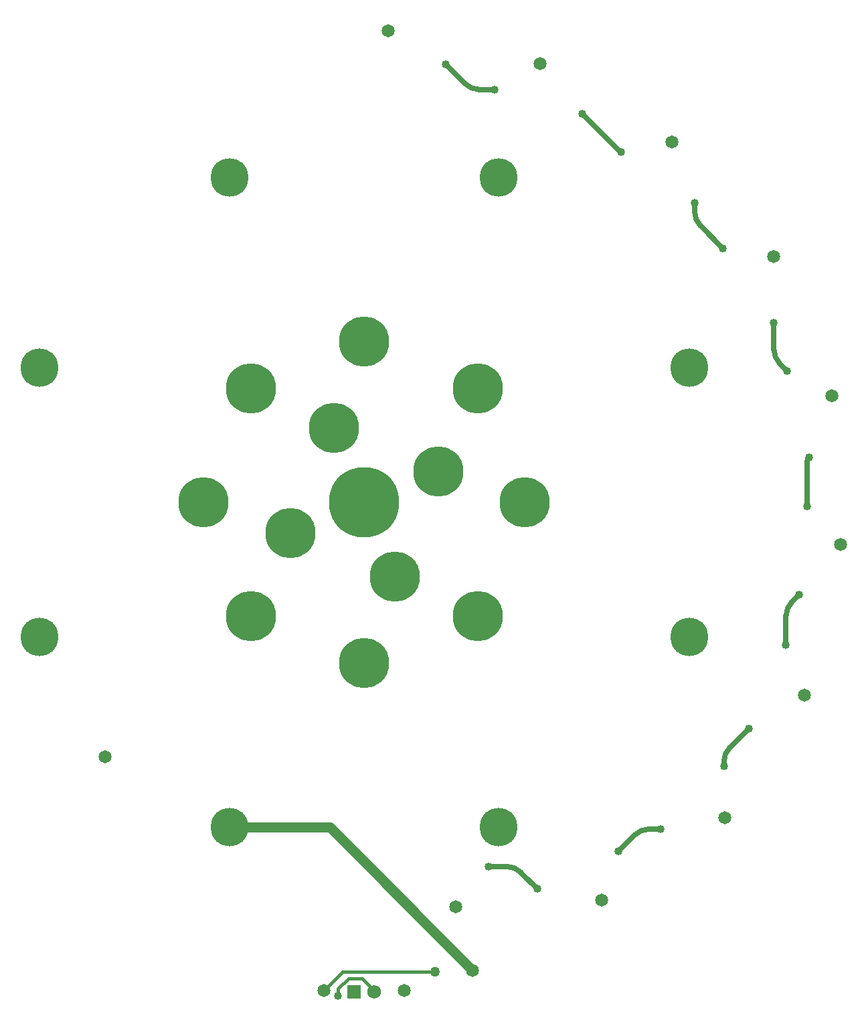
<source format=gbl>
G04 Layer_Physical_Order=2*
G04 Layer_Color=16711680*
%FSTAX25Y25*%
%MOIN*%
G70*
G01*
G75*
%ADD10C,0.02500*%
%ADD81C,0.01500*%
%ADD83C,0.05000*%
%ADD84C,0.25000*%
%ADD85C,0.06500*%
%ADD86R,0.06890X0.06890*%
%ADD87C,0.06890*%
%ADD88O,0.19000X0.19100*%
%ADD89C,0.35000*%
%ADD90C,0.05000*%
%ADD91C,0.04000*%
D10*
X0551646Y0643854D02*
G03*
X05525Y06435I0000854J0000854D01*
G01*
X0502425Y0284827D02*
G03*
X0495354Y0287756I-0007071J-0007071D01*
G01*
X0566091Y0306323D02*
G03*
X055902Y0303394I0J-001D01*
G01*
X0606517Y0347017D02*
G03*
X0603588Y0339946I0007071J-0007071D01*
G01*
X0637429Y0419429D02*
G03*
X06345Y0412358I0007071J-0007071D01*
G01*
X0646Y04915D02*
G03*
X0645Y0489086I0002414J-0002414D01*
G01*
X06285Y0545142D02*
G03*
X0631429Y0538071I001J0D01*
G01*
X0589Y0613642D02*
G03*
X0591929Y0606571I001J0D01*
G01*
X0474571Y0677429D02*
G03*
X0481642Y06745I0007071J0007071D01*
G01*
X0533Y06625D02*
X0551647Y0643854D01*
X048624Y0287756D02*
X0495354D01*
X0502425Y0284827D02*
X0510663Y0276589D01*
X0566091Y0306323D02*
X0572151D01*
X055093Y0295305D02*
X055902Y0303394D01*
X0606517Y0347017D02*
X0616Y03565D01*
X0603588Y0337683D02*
Y0339946D01*
X0637429Y0419429D02*
X0641Y0423D01*
X06345Y0398D02*
Y0412358D01*
X0645Y0467D02*
Y0489086D01*
X06285Y0545142D02*
Y05585D01*
X0631429Y0538071D02*
X0635Y05345D01*
X0589Y0613642D02*
Y0618D01*
X0591929Y0606571D02*
X0603Y05955D01*
X0481642Y06745D02*
X04895D01*
X0465Y0687D02*
X0474571Y0677429D01*
D81*
X041376Y023526D02*
X045974D01*
X04045Y0226D02*
X041376Y023526D01*
X04295Y02255D02*
Y0225925D01*
X0423425Y0232D02*
X04295Y0225925D01*
X0416635Y0232D02*
X0423425D01*
X04115Y02235D02*
Y0226865D01*
X0416635Y0232D01*
D83*
X04072Y03073D02*
X04785Y0236D01*
X03575Y03073D02*
X04072D01*
D84*
X0481069Y0412431D02*
D03*
X04245Y0389D02*
D03*
X0367932Y0412431D02*
D03*
Y0525568D02*
D03*
X04245Y0549D02*
D03*
X0481069Y0525568D02*
D03*
X03445Y0469D02*
D03*
X05045D02*
D03*
X0439807Y0432045D02*
D03*
X0387545Y0453693D02*
D03*
X0409193Y0505955D02*
D03*
X0461455Y0484307D02*
D03*
D85*
X054251Y0270957D02*
D03*
X047Y0267756D02*
D03*
X0604003Y0311923D02*
D03*
X0643722Y0373192D02*
D03*
X0661743Y0447888D02*
D03*
X0657408Y0521883D02*
D03*
X0577733Y0648431D02*
D03*
X0511905Y068746D02*
D03*
X04365Y0703685D02*
D03*
X04445Y0226D02*
D03*
X04045D02*
D03*
X0628222Y0591377D02*
D03*
X04785Y0236D02*
D03*
X02955Y03425D02*
D03*
D86*
X04195Y02255D02*
D03*
D87*
X04295D02*
D03*
D88*
X04915Y06307D02*
D03*
X05862Y0536D02*
D03*
Y0402D02*
D03*
X04915Y03073D02*
D03*
X03575D02*
D03*
X02628Y0402D02*
D03*
Y0536D02*
D03*
X03575Y06307D02*
D03*
D89*
X04245Y0469D02*
D03*
D90*
X045974Y023526D02*
D03*
D91*
X0603588Y0337683D02*
D03*
X0616Y03565D02*
D03*
X06345Y0398D02*
D03*
X0641Y0423D02*
D03*
X0645Y0467D02*
D03*
X0646Y04915D02*
D03*
X0635Y05345D02*
D03*
X06285Y05585D02*
D03*
X0603Y05955D02*
D03*
X0589Y0618D02*
D03*
X05525Y06435D02*
D03*
X04895Y06745D02*
D03*
X0465Y0687D02*
D03*
X048624Y0287756D02*
D03*
X0572151Y0306323D02*
D03*
X055093Y0295305D02*
D03*
X0510663Y0276589D02*
D03*
X0533Y06625D02*
D03*
X04115Y02235D02*
D03*
M02*

</source>
